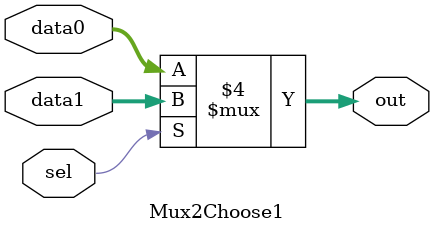
<source format=v>
module Mux2Choose1(
    input [29:0] data0,    // 第1路30位数据输入
    input [29:0] data1,    // 第2路30位数据输入  
    input sel,             // 选择信号
    output reg [29:0] out  // 30位数据输出
);

// 实现2路选择器功能
always @(*) begin
    if (sel == 1'b0) begin
        out = data0;
    end else begin
        out = data1;
    end
end

endmodule
</source>
